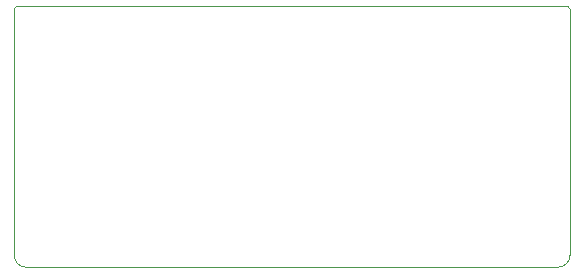
<source format=gm1>
G04 #@! TF.GenerationSoftware,KiCad,Pcbnew,(5.1.2)-1*
G04 #@! TF.CreationDate,2020-08-06T11:16:41+09:00*
G04 #@! TF.ProjectId,i3mega_connector_board,69336d65-6761-45f6-936f-6e6e6563746f,rev?*
G04 #@! TF.SameCoordinates,PX7efb530PY7b459e0*
G04 #@! TF.FileFunction,Profile,NP*
%FSLAX46Y46*%
G04 Gerber Fmt 4.6, Leading zero omitted, Abs format (unit mm)*
G04 Created by KiCad (PCBNEW (5.1.2)-1) date 2020-08-06 11:16:41*
%MOMM*%
%LPD*%
G04 APERTURE LIST*
%ADD10C,0.050000*%
G04 APERTURE END LIST*
D10*
X47080000Y1030000D02*
G75*
G02X46080000Y30000I-1000000J0D01*
G01*
X1030000Y30000D02*
G75*
G02X30000Y1030000I0J1000000D01*
G01*
X30000Y21900000D02*
G75*
G02X230000Y22100000I200000J0D01*
G01*
X46880000Y22100000D02*
G75*
G02X47080000Y21900000I0J-200000D01*
G01*
X47080000Y21900000D02*
X47080000Y1035000D01*
X30000Y21900000D02*
X30000Y1035000D01*
X1030000Y30000D02*
X46080000Y30000D01*
X230000Y22100000D02*
X46880000Y22100000D01*
M02*

</source>
